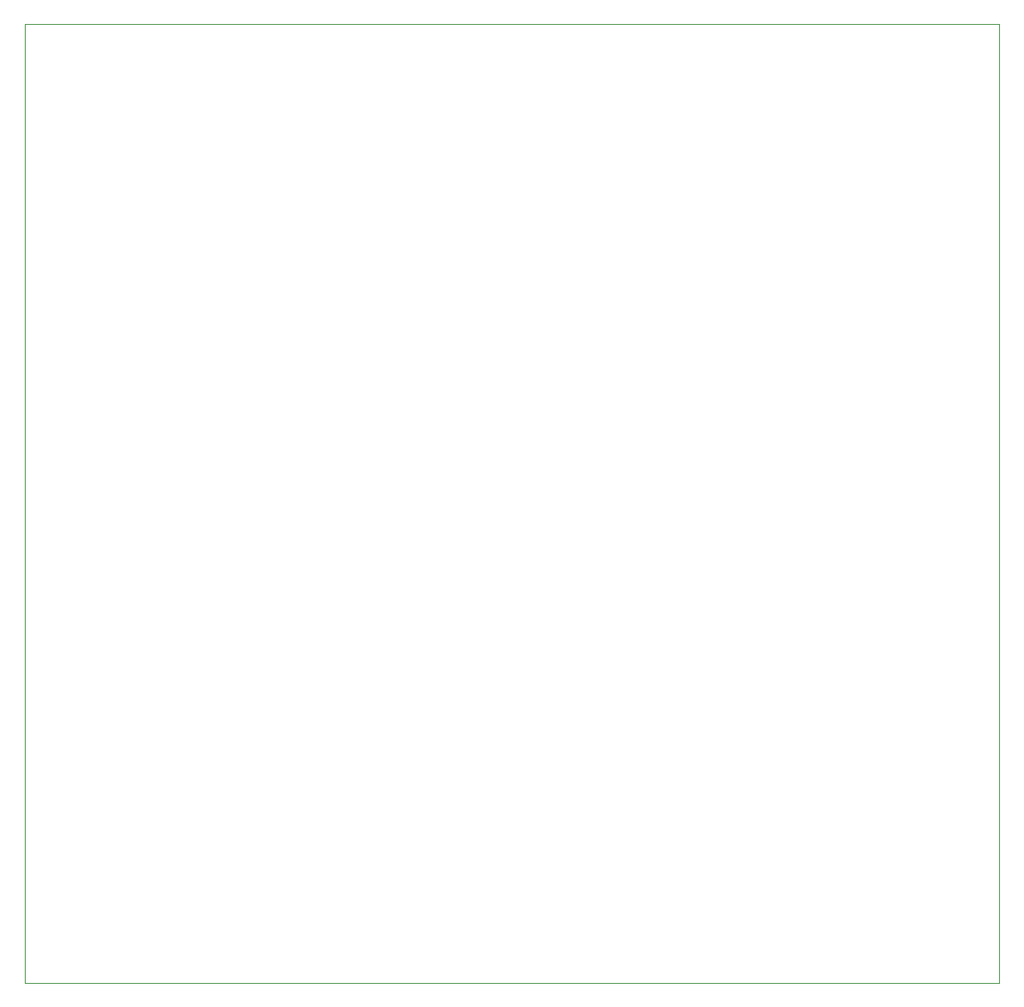
<source format=gbr>
%TF.GenerationSoftware,KiCad,Pcbnew,8.0.6*%
%TF.CreationDate,2024-11-20T13:36:43-05:00*%
%TF.ProjectId,wheel_counter,77686565-6c5f-4636-9f75-6e7465722e6b,rev?*%
%TF.SameCoordinates,Original*%
%TF.FileFunction,Profile,NP*%
%FSLAX46Y46*%
G04 Gerber Fmt 4.6, Leading zero omitted, Abs format (unit mm)*
G04 Created by KiCad (PCBNEW 8.0.6) date 2024-11-20 13:36:43*
%MOMM*%
%LPD*%
G01*
G04 APERTURE LIST*
%TA.AperFunction,Profile*%
%ADD10C,0.050000*%
%TD*%
G04 APERTURE END LIST*
D10*
X136000000Y-52000000D02*
X36400000Y-52000000D01*
X136000000Y-150000000D02*
X136000000Y-52000000D01*
X136000000Y-150000000D02*
X36400000Y-150000000D01*
X36400000Y-52000000D02*
X36400000Y-150000000D01*
M02*

</source>
